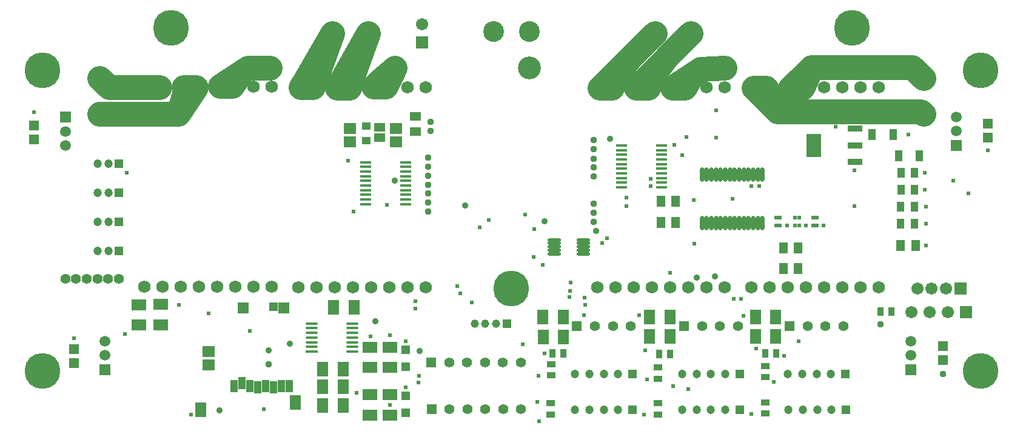
<source format=gbs>
G04*
G04 #@! TF.GenerationSoftware,Altium Limited,Altium Designer,20.2.5 (213)*
G04*
G04 Layer_Color=16711935*
%FSLAX44Y44*%
%MOMM*%
G71*
G04*
G04 #@! TF.SameCoordinates,F2EF3DC7-CE59-478A-9F64-9A272EA7E262*
G04*
G04*
G04 #@! TF.FilePolarity,Negative*
G04*
G01*
G75*
%ADD23R,1.2000X1.2000*%
%ADD43R,2.1132X1.5732*%
%ADD51C,3.5080*%
%ADD53C,1.4000*%
%ADD54R,1.4000X1.4000*%
%ADD55C,2.9032*%
%ADD56C,1.7272*%
%ADD57C,1.2000*%
%ADD58C,5.0032*%
%ADD59C,1.7032*%
%ADD60R,1.7032X1.7032*%
%ADD61C,1.4112*%
%ADD62C,1.5032*%
%ADD63R,1.5032X1.5032*%
%ADD64R,1.7032X1.7032*%
%ADD65C,1.1500*%
%ADD66R,1.1500X1.1500*%
%ADD67C,0.9532*%
%ADD68C,0.9032*%
%ADD69C,0.6032*%
%ADD70C,3.2032*%
%ADD86R,0.9549X1.2621*%
%ADD87R,1.4621X1.3549*%
G04:AMPARAMS|DCode=88|XSize=1.6554mm|YSize=0.3808mm|CornerRadius=0.1904mm|HoleSize=0mm|Usage=FLASHONLY|Rotation=0.000|XOffset=0mm|YOffset=0mm|HoleType=Round|Shape=RoundedRectangle|*
%AMROUNDEDRECTD88*
21,1,1.6554,0.0000,0,0,0.0*
21,1,1.2747,0.3808,0,0,0.0*
1,1,0.3808,0.6373,0.0000*
1,1,0.3808,-0.6373,0.0000*
1,1,0.3808,-0.6373,0.0000*
1,1,0.3808,0.6373,0.0000*
%
%ADD88ROUNDEDRECTD88*%
%ADD89R,1.6554X0.3808*%
%ADD94R,1.2065X1.5082*%
%ADD97R,1.6000X0.3000*%
%ADD98R,1.1500X1.1500*%
%ADD99R,1.0065X1.4082*%
%ADD103R,1.0500X1.6000*%
%ADD104R,2.1500X0.9500*%
%ADD106R,1.2621X0.9549*%
%ADD107R,2.1500X3.2500*%
%ADD108R,1.5082X1.2065*%
%ADD109R,1.2500X1.0000*%
%ADD110R,1.0032X1.7032*%
%ADD111R,1.5032X1.6032*%
%ADD112R,1.2032X1.1532*%
%ADD113R,1.6032X2.1032*%
%ADD114O,1.9032X0.5032*%
%ADD115R,1.7032X1.6032*%
%ADD116R,0.5832X0.6032*%
%ADD117R,1.5532X1.3032*%
%ADD118R,1.5732X2.1132*%
%ADD119O,0.6532X2.0032*%
D23*
X168842Y-263811D02*
D03*
X318500Y-213811D02*
D03*
X168842D02*
D03*
X318500Y-263811D02*
D03*
X466842D02*
D03*
X466000Y-213811D02*
D03*
X-547750Y80000D02*
D03*
Y39378D02*
D03*
Y-622D02*
D03*
Y-41250D02*
D03*
D43*
X-169647Y-242263D02*
D03*
Y-270683D02*
D03*
X-197209Y-242263D02*
D03*
Y-270683D02*
D03*
X-169647Y-176133D02*
D03*
Y-204553D02*
D03*
X-197209Y-176133D02*
D03*
Y-204553D02*
D03*
X-489615Y-144816D02*
D03*
Y-116396D02*
D03*
X-520000Y-145085D02*
D03*
Y-116665D02*
D03*
D51*
X-222865Y199209D02*
G03*
X-223964Y195487I30604J-11056D01*
G01*
X-273639Y197551D02*
G03*
X-274335Y195411I30578J-11129D01*
G01*
X199407Y206610D02*
G03*
X193601Y195224I25520J-20188D01*
G01*
X148899Y206974D02*
G03*
X142744Y195021I25228J-20552D01*
G01*
X358050Y177403D02*
G03*
X361814Y168808I31378J8618D01*
G01*
X389427Y186022D02*
X397927Y194522D01*
X389427Y186022D02*
X406427D01*
X-175261Y188153D02*
X-174746Y189265D01*
X-163281Y213998D01*
X-192261Y188153D02*
X-180559Y198589D01*
X-163281Y213998D01*
X-192261Y188153D02*
X-175261D01*
X-226061Y186422D02*
X-226019Y187479D01*
X-226061Y186422D02*
X-225628Y188293D01*
X-223964Y195487D01*
X-222865Y199209D02*
X-200000Y262500D01*
X-243061Y186422D02*
X-237405Y196414D01*
X-200000Y262500D01*
X-243061Y186422D02*
X-226061D01*
X-276861Y186622D02*
X-276320Y188506D01*
X-274335Y195411D01*
X-273639Y197551D02*
X-250000Y262500D01*
X-293861Y186622D02*
X-288118Y196558D01*
X-250000Y262500D01*
X-293861Y186622D02*
X-276861D01*
X257636Y208390D02*
X263788Y212522D01*
X248763Y202431D02*
X257636Y208390D01*
X244014Y190044D02*
X249649Y199825D01*
X241927Y186422D02*
X243320Y188839D01*
X-392113Y198239D02*
X-367500Y214287D01*
X-389012Y190082D02*
X-381679Y201592D01*
X-407000Y188531D02*
X-392113Y198239D01*
X-390000Y188531D02*
X-389012Y190082D01*
X248168Y202031D02*
X248763Y202431D01*
X240153Y196648D02*
X248168Y202031D01*
X243320Y188839D02*
X244014Y190044D01*
X243320Y188839D02*
X243320Y188839D01*
X240153Y196648D02*
X240153D01*
X243320Y188839D02*
Y188839D01*
X224927Y186422D02*
X241927D01*
X236643Y194290D02*
X240153Y196648D01*
X224927Y186422D02*
X236643Y194290D01*
X263788Y212522D02*
X297588Y213748D01*
X199407Y206610D02*
X219035Y231451D01*
X219035Y231451D01*
X191127Y186422D02*
X191598Y188098D01*
X193601Y195224D01*
X219035Y231451D02*
X250000Y262500D01*
X174127Y186422D02*
X185221Y197546D01*
X250000Y262500D01*
X174127Y186422D02*
X191127D01*
X148899Y206974D02*
X169050Y231709D01*
X169050Y231709D01*
X140327Y186222D02*
X140833Y188062D01*
X142744Y195021D01*
X169050Y231709D02*
X200000Y262500D01*
X123327Y186222D02*
X134607Y197443D01*
X200000Y262500D01*
X123327Y186222D02*
X140327D01*
X-367500Y214287D02*
X-337037D01*
X-407000Y188531D02*
X-390000D01*
X358927Y165922D02*
X371367Y153482D01*
X355793Y185619D02*
X358050Y177403D01*
X347511Y177338D02*
X358927Y165922D01*
X570915Y153482D02*
X575009Y149387D01*
X361814Y168808D02*
X371367Y153482D01*
X338627Y186222D02*
X355627D01*
X371367Y153482D02*
X570915D01*
X338627Y186222D02*
X347511Y177338D01*
X400751Y197345D02*
X418406Y215000D01*
X559396D02*
X575009Y199387D01*
X397927Y194522D02*
X400751Y197345D01*
X407431Y188449D02*
X418406Y215000D01*
X559396D01*
X-226061Y186422D02*
X-226019Y187479D01*
X-574980Y149788D02*
X-465074D01*
X-457000Y178000D01*
X-465074Y149788D02*
X-446696Y177810D01*
X-457800Y186800D02*
X-440800D01*
X-446696Y177810D02*
X-440800Y186800D01*
X-562692Y187500D02*
X-562527Y187666D01*
X-574980Y199788D02*
X-562692Y187500D01*
X-561750Y187000D02*
X-491600D01*
D53*
X12948Y-197010D02*
D03*
X-12052D02*
D03*
X-37052D02*
D03*
X-62052D02*
D03*
X-87052D02*
D03*
X266000Y-146311D02*
D03*
X291000D02*
D03*
X316000D02*
D03*
X-86552Y-262260D02*
D03*
X-61552D02*
D03*
X-36552D02*
D03*
X-11552D02*
D03*
X13448D02*
D03*
X166500Y-146311D02*
D03*
X141500D02*
D03*
X116500D02*
D03*
X463500D02*
D03*
X438500D02*
D03*
X413500D02*
D03*
D54*
X-112052Y-197010D02*
D03*
X241000Y-146311D02*
D03*
X-111552Y-262260D02*
D03*
X91500Y-146311D02*
D03*
X388500D02*
D03*
D55*
X-24980Y264787D02*
D03*
X25020D02*
D03*
X-574980Y149788D02*
D03*
Y199788D02*
D03*
X-250000Y262500D02*
D03*
X-200000D02*
D03*
X250000D02*
D03*
X200000D02*
D03*
X575000Y200000D02*
D03*
Y150000D02*
D03*
D56*
X-436019Y187666D02*
D03*
X-461419Y187466D02*
D03*
X-486819Y187666D02*
D03*
X-512219D02*
D03*
X-272080Y187287D02*
D03*
X-297480D02*
D03*
X-221280D02*
D03*
X-246680Y187087D02*
D03*
X195909Y186887D02*
D03*
X170509Y186687D02*
D03*
X145109Y186887D02*
D03*
X119709D02*
D03*
X411209D02*
D03*
X385809Y186687D02*
D03*
X360409Y186887D02*
D03*
X335009D02*
D03*
X-334419Y-91734D02*
D03*
X-359819D02*
D03*
X-385219D02*
D03*
X-410619D02*
D03*
X-436019D02*
D03*
X-461419D02*
D03*
X-486819D02*
D03*
X-512219D02*
D03*
X-410619Y187666D02*
D03*
X-359819D02*
D03*
X-334419D02*
D03*
X-385219D02*
D03*
X-119680Y-92113D02*
D03*
X-145080D02*
D03*
X-170480D02*
D03*
X-195880D02*
D03*
X-221280D02*
D03*
X-246680D02*
D03*
X-272080D02*
D03*
X-297480D02*
D03*
X-195880Y187287D02*
D03*
X-145080D02*
D03*
X-119680D02*
D03*
X-170480D02*
D03*
X297509Y-92513D02*
D03*
X272109D02*
D03*
X246709D02*
D03*
X221309D02*
D03*
X195909D02*
D03*
X170509D02*
D03*
X145109D02*
D03*
X119709D02*
D03*
X221309Y186887D02*
D03*
X272109D02*
D03*
X297509D02*
D03*
X246709D02*
D03*
X512809Y-92513D02*
D03*
X487409D02*
D03*
X462009D02*
D03*
X436609D02*
D03*
X411209D02*
D03*
X385809D02*
D03*
X360409D02*
D03*
X335009D02*
D03*
X436609Y186887D02*
D03*
X487409D02*
D03*
X512809D02*
D03*
X462009D02*
D03*
D57*
X88842Y-263811D02*
D03*
X108842D02*
D03*
X128842D02*
D03*
X148842D02*
D03*
X-577750Y-41250D02*
D03*
Y39378D02*
D03*
Y80000D02*
D03*
Y-622D02*
D03*
X-562750Y80000D02*
D03*
Y39378D02*
D03*
Y-622D02*
D03*
Y-41250D02*
D03*
X238500Y-213811D02*
D03*
X258500D02*
D03*
X278500D02*
D03*
X298500D02*
D03*
X148842D02*
D03*
X128842D02*
D03*
X108842D02*
D03*
X88842D02*
D03*
X298500Y-263811D02*
D03*
X278500D02*
D03*
X258500D02*
D03*
X238500D02*
D03*
X446842D02*
D03*
X426842D02*
D03*
X406842D02*
D03*
X386842D02*
D03*
X446000Y-213811D02*
D03*
X426000D02*
D03*
X406000D02*
D03*
X386000D02*
D03*
D58*
X0Y-94000D02*
D03*
X475742Y269877D02*
D03*
X-655066Y-209421D02*
D03*
X655066D02*
D03*
Y210949D02*
D03*
X-475742Y269877D02*
D03*
X-655066Y210949D02*
D03*
D59*
X558462Y-126913D02*
D03*
X583862D02*
D03*
X609262D02*
D03*
X566762Y-93913D02*
D03*
X606762D02*
D03*
X586762D02*
D03*
X-125000Y275400D02*
D03*
D60*
X634662Y-126913D02*
D03*
X626762Y-93913D02*
D03*
D61*
X-623000Y-81000D02*
D03*
X-608000D02*
D03*
X-593000D02*
D03*
X-578000D02*
D03*
X-563000D02*
D03*
X-548000D02*
D03*
D62*
X621377Y145596D02*
D03*
Y125596D02*
D03*
X-567500Y-187500D02*
D03*
Y-167500D02*
D03*
X-623038Y105407D02*
D03*
Y125407D02*
D03*
X557561Y-167500D02*
D03*
Y-187500D02*
D03*
D63*
X621377Y105596D02*
D03*
X-567500Y-207500D02*
D03*
X-623038Y145407D02*
D03*
X557561Y-207500D02*
D03*
D64*
X-125000Y250000D02*
D03*
D65*
X-51416Y-143479D02*
D03*
X-36416D02*
D03*
X-21416D02*
D03*
D66*
X-6416D02*
D03*
D67*
X515000Y-144000D02*
D03*
X602500Y-213750D02*
D03*
X114798Y-713D02*
D03*
Y75287D02*
D03*
Y113287D02*
D03*
X-116250Y26000D02*
D03*
Y39000D02*
D03*
Y13000D02*
D03*
X114798Y11287D02*
D03*
Y24287D02*
D03*
Y62310D02*
D03*
Y87287D02*
D03*
X-339000Y-200000D02*
D03*
X-116250Y89000D02*
D03*
X114798Y100287D02*
D03*
X-112750Y126000D02*
D03*
Y139000D02*
D03*
X-116250Y51000D02*
D03*
Y63000D02*
D03*
Y76000D02*
D03*
D68*
X259000Y-79000D02*
D03*
X137250Y115250D02*
D03*
X-128000Y-181750D02*
D03*
X-190000Y-140000D02*
D03*
X-309750Y-171250D02*
D03*
X118250Y-13750D02*
D03*
X-407500Y-264500D02*
D03*
X-64750Y21750D02*
D03*
X46500Y250D02*
D03*
X-163000Y57000D02*
D03*
X284000Y-77000D02*
D03*
X-338798Y-180598D02*
D03*
D69*
X-129187Y-216187D02*
D03*
X-129939Y-225263D02*
D03*
X665066Y99100D02*
D03*
X255000Y-31183D02*
D03*
X385000Y-6000D02*
D03*
X479000Y70630D02*
D03*
X554000Y121250D02*
D03*
X453000Y132080D02*
D03*
X227250Y106250D02*
D03*
X238500Y92500D02*
D03*
X-75840Y-90769D02*
D03*
X-71071Y-100929D02*
D03*
X-216250Y-240000D02*
D03*
X-134323Y-122083D02*
D03*
X-228000Y84750D02*
D03*
X15448Y-172315D02*
D03*
X-447500Y-270000D02*
D03*
X102832Y-116832D02*
D03*
X160460Y21250D02*
D03*
X160250Y33000D02*
D03*
X-422798Y-128598D02*
D03*
X-539500Y-157313D02*
D03*
X38948Y-279859D02*
D03*
X346270Y49000D02*
D03*
X194753Y59000D02*
D03*
X335000Y49000D02*
D03*
X194000D02*
D03*
X638000Y38687D02*
D03*
X617000Y57000D02*
D03*
X579000Y-34000D02*
D03*
X436000Y-6000D02*
D03*
X308298Y31287D02*
D03*
X479000Y21000D02*
D03*
X254798Y29214D02*
D03*
X221154Y-72400D02*
D03*
X401000Y-168000D02*
D03*
X381003Y-188000D02*
D03*
X341690Y-177765D02*
D03*
X366500Y-224659D02*
D03*
X286042Y155000D02*
D03*
X286000Y117000D02*
D03*
X244000Y117120D02*
D03*
X-169798Y-159598D02*
D03*
X-147798Y-167598D02*
D03*
X324000Y-132000D02*
D03*
X247165Y-234811D02*
D03*
X225838Y-230811D02*
D03*
X189342Y-221048D02*
D03*
X186590Y-180311D02*
D03*
X81847Y-97694D02*
D03*
X81000Y-105920D02*
D03*
X178000Y-131000D02*
D03*
X101000D02*
D03*
X320737Y-108871D02*
D03*
X310000D02*
D03*
X-31548Y1452D02*
D03*
X127000Y-31000D02*
D03*
X133000Y-24000D02*
D03*
X102000Y-107000D02*
D03*
X82938Y-85938D02*
D03*
X-44412Y-8660D02*
D03*
X-220253Y13253D02*
D03*
X32000Y-11000D02*
D03*
X-55000Y-114000D02*
D03*
X19000Y9000D02*
D03*
X37448Y-216183D02*
D03*
X36000Y-252394D02*
D03*
X-147798Y-232218D02*
D03*
X44000Y-61300D02*
D03*
X31250Y-49750D02*
D03*
X-537000Y68000D02*
D03*
X335282Y-269518D02*
D03*
X-134000Y-111923D02*
D03*
X-346000Y-263000D02*
D03*
X-610750Y-163569D02*
D03*
X-174000Y23000D02*
D03*
X-464000Y-117000D02*
D03*
X-196798Y-160598D02*
D03*
X185202Y-270598D02*
D03*
X-169798Y-256473D02*
D03*
X-365000Y-153241D02*
D03*
X577476Y67801D02*
D03*
X578976Y-3199D02*
D03*
X578476Y19801D02*
D03*
X577476Y43801D02*
D03*
X411000Y-6000D02*
D03*
X-666726Y151904D02*
D03*
X45952Y-184848D02*
D03*
D70*
X24804Y214069D02*
D03*
X-163281Y213998D02*
D03*
X297588Y213748D02*
D03*
X-336750Y214000D02*
D03*
D86*
X514855Y-126075D02*
D03*
X530368D02*
D03*
X205946Y-185348D02*
D03*
X221459D02*
D03*
X56946Y-184348D02*
D03*
X72459D02*
D03*
X354446D02*
D03*
X369959D02*
D03*
D87*
X602149Y-174179D02*
D03*
Y-193692D02*
D03*
X664737Y136346D02*
D03*
Y116833D02*
D03*
X-610860Y-178737D02*
D03*
Y-198250D02*
D03*
X-666398Y113914D02*
D03*
Y133427D02*
D03*
D88*
X-222246Y-182061D02*
D03*
Y-175561D02*
D03*
Y-169061D02*
D03*
Y-162561D02*
D03*
Y-156061D02*
D03*
Y-149561D02*
D03*
Y-143061D02*
D03*
X-278754D02*
D03*
Y-149561D02*
D03*
Y-156061D02*
D03*
Y-162561D02*
D03*
Y-169061D02*
D03*
Y-175561D02*
D03*
D89*
Y-182061D02*
D03*
D94*
X564033Y-34159D02*
D03*
X543015D02*
D03*
X229509Y-1625D02*
D03*
X208491D02*
D03*
X229509Y28000D02*
D03*
X208491D02*
D03*
X379491Y-66000D02*
D03*
X400509D02*
D03*
X379491Y-37000D02*
D03*
X400509D02*
D03*
D97*
X209797Y53787D02*
D03*
Y60287D02*
D03*
Y66787D02*
D03*
Y73287D02*
D03*
Y79787D02*
D03*
Y86287D02*
D03*
Y92787D02*
D03*
Y105787D02*
D03*
X153798Y47287D02*
D03*
Y53787D02*
D03*
Y60287D02*
D03*
Y66787D02*
D03*
Y73287D02*
D03*
Y79787D02*
D03*
Y86287D02*
D03*
Y92787D02*
D03*
Y99287D02*
D03*
Y105787D02*
D03*
X209797Y99287D02*
D03*
Y47287D02*
D03*
X-203250Y30250D02*
D03*
Y82250D02*
D03*
X-147250Y23750D02*
D03*
Y30250D02*
D03*
Y36750D02*
D03*
Y43250D02*
D03*
Y49750D02*
D03*
Y56250D02*
D03*
Y62750D02*
D03*
Y69250D02*
D03*
Y75750D02*
D03*
Y82250D02*
D03*
X-203250Y23750D02*
D03*
Y36750D02*
D03*
Y43250D02*
D03*
Y49750D02*
D03*
Y56250D02*
D03*
Y62750D02*
D03*
Y69250D02*
D03*
Y75750D02*
D03*
D98*
X-147798Y-179848D02*
D03*
Y-203348D02*
D03*
Y-267348D02*
D03*
Y-243848D02*
D03*
D99*
X543968Y67801D02*
D03*
X562985D02*
D03*
X543968Y43801D02*
D03*
X562985D02*
D03*
X543459Y20176D02*
D03*
X562476D02*
D03*
X543459Y-3449D02*
D03*
X562476D02*
D03*
D103*
X540250Y91250D02*
D03*
X569750D02*
D03*
X532750Y121000D02*
D03*
X503250D02*
D03*
D104*
X480000Y83000D02*
D03*
Y129000D02*
D03*
Y106000D02*
D03*
D106*
X55500Y-199554D02*
D03*
Y-215067D02*
D03*
X55000Y-270067D02*
D03*
Y-254554D02*
D03*
X204658D02*
D03*
Y-270067D02*
D03*
X204658Y-204554D02*
D03*
Y-220067D02*
D03*
X354452Y-217854D02*
D03*
Y-202341D02*
D03*
Y-268604D02*
D03*
Y-253091D02*
D03*
D107*
X422000Y106000D02*
D03*
D108*
X-133989Y146409D02*
D03*
Y125391D02*
D03*
D109*
X-203000Y112516D02*
D03*
Y132516D02*
D03*
D110*
X-309900Y-230161D02*
D03*
X-320900D02*
D03*
X-331900Y-232161D02*
D03*
X-342900Y-230161D02*
D03*
X-353900Y-232161D02*
D03*
X-364900Y-230161D02*
D03*
X-375900Y-226161D02*
D03*
X-386900Y-230161D02*
D03*
D111*
X-318000Y-121561D02*
D03*
X-375000D02*
D03*
D112*
X-331900Y-119311D02*
D03*
D113*
X-302000Y-253061D02*
D03*
X-433500Y-263061D02*
D03*
D114*
X100500Y-46000D02*
D03*
Y-41000D02*
D03*
X59500Y-46000D02*
D03*
Y-41000D02*
D03*
Y-36000D02*
D03*
Y-31000D02*
D03*
Y-26000D02*
D03*
X100500Y-36000D02*
D03*
Y-31000D02*
D03*
Y-26000D02*
D03*
D115*
X-422500Y-201061D02*
D03*
Y-182061D02*
D03*
X-161000Y129500D02*
D03*
Y110500D02*
D03*
X-225500Y129500D02*
D03*
Y110500D02*
D03*
D116*
X375100Y-6287D02*
D03*
X369480D02*
D03*
X401810D02*
D03*
X396190D02*
D03*
Y4713D02*
D03*
X401810D02*
D03*
X426620Y-6287D02*
D03*
X421000D02*
D03*
Y4713D02*
D03*
X426620D02*
D03*
X369480Y5000D02*
D03*
X375100D02*
D03*
D117*
X-184042Y117000D02*
D03*
Y131000D02*
D03*
D118*
X-263710Y-206561D02*
D03*
X-235290D02*
D03*
X-263710Y-231561D02*
D03*
X-235290D02*
D03*
Y-257561D02*
D03*
X-263710D02*
D03*
X-248210Y-120000D02*
D03*
X-219790D02*
D03*
X340790Y-161311D02*
D03*
X44164Y-161685D02*
D03*
X193080Y-161311D02*
D03*
Y-134311D02*
D03*
X221500D02*
D03*
X43790D02*
D03*
X72210D02*
D03*
X340790D02*
D03*
X369210D02*
D03*
X221500Y-161311D02*
D03*
X72584Y-161685D02*
D03*
X369210Y-161311D02*
D03*
D119*
X318048Y65287D02*
D03*
X331048Y-2713D02*
D03*
X266048Y65287D02*
D03*
X272548D02*
D03*
X279048D02*
D03*
X285548D02*
D03*
X292048D02*
D03*
X298548D02*
D03*
X305047D02*
D03*
X311548D02*
D03*
X324548D02*
D03*
X331048D02*
D03*
X337548D02*
D03*
X344048D02*
D03*
X350548D02*
D03*
X266048Y-2713D02*
D03*
X272548D02*
D03*
X279048D02*
D03*
X285548D02*
D03*
X292048D02*
D03*
X298548D02*
D03*
X305047D02*
D03*
X311548D02*
D03*
X318048D02*
D03*
X324548D02*
D03*
X337548D02*
D03*
X344048D02*
D03*
X350548D02*
D03*
M02*

</source>
